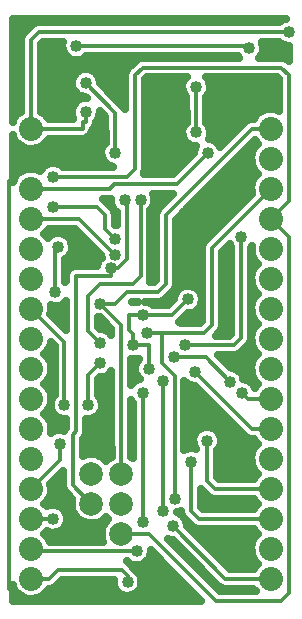
<source format=gbr>
G04 DipTrace 2.2.0.9*
%INBottom.gbr*%
%MOIN*%
%ADD13C,0.013*%
%ADD14C,0.025*%
%ADD20C,0.0787*%
%ADD25C,0.08*%
%ADD26C,0.04*%
%FSLAX44Y44*%
%SFA1B1*%
%OFA0B0*%
G04*
G70*
G90*
G75*
G01*
%LNBottom*%
%LPD*%
X13535Y23164D2*
D13*
X5200D1*
X4940Y22905D1*
Y19940D1*
X12940Y4940D2*
X11412D1*
X9668Y6683D1*
X4940Y19940D2*
X6649D1*
Y20150D1*
X6762D1*
Y20505D1*
X10061Y12716D2*
X11680D1*
X11940Y12975D1*
Y16335D1*
X7227Y12806D2*
X6832Y13201D1*
Y14359D1*
X7242Y14769D1*
X8320D1*
X8580Y15029D1*
Y17552D1*
X5740Y14490D2*
Y15940D1*
X5790Y15990D1*
X5840D1*
X10440Y21325D2*
Y19816D1*
X5670Y17335D2*
X7135D1*
X7395Y17075D1*
Y16604D1*
X7742Y16257D1*
X7940Y6440D2*
X8847D1*
X11086Y4201D1*
X13275D1*
X13535Y4460D1*
Y16345D1*
X12940Y16940D1*
X13535Y17535D1*
Y21720D1*
X13275Y21980D1*
X8657D1*
X8397Y21720D1*
Y18602D1*
X8137Y18342D1*
X5670D1*
X8050Y17552D2*
X8137Y17465D1*
Y15592D1*
X7836Y15290D1*
X7590D1*
X6440Y22690D2*
X12200D1*
Y22634D1*
X7742Y19127D2*
Y20480D1*
X6762Y21460D1*
X7590Y15290D2*
Y15029D1*
X6440D1*
Y9852D1*
X6325Y9737D1*
Y8055D1*
X6940Y7440D1*
X7590Y15029D2*
D3*
X9713Y7608D2*
Y11715D1*
X9292Y12137D1*
Y13138D1*
X10710D1*
X10970Y13398D1*
Y15970D1*
X12940Y17940D1*
X8785Y13138D2*
X9292D1*
X7940Y8440D2*
Y13401D1*
X7227Y14114D1*
X7742D1*
X8137Y14509D1*
X9161D1*
X9421Y14769D1*
Y17054D1*
X12307Y19940D1*
X12940D1*
X9686Y12321D2*
X10751D1*
X11557Y11515D1*
X8865Y11926D2*
Y12716D1*
X8335D1*
X8662Y13720D2*
X9629D1*
X10159Y14250D1*
X8335Y12716D2*
Y13110D1*
X8200Y13246D1*
Y13720D1*
X8662D1*
X4940Y17940D2*
X7554D1*
X7708Y18094D1*
X9786D1*
X10826Y19133D1*
X7740Y15740D2*
X6540Y16940D1*
X4940D1*
X6834Y10730D2*
Y11729D1*
X7227Y12121D1*
X6045Y10730D2*
Y12835D1*
X4940Y13940D1*
X5890Y9440D2*
Y8890D1*
X4940Y7940D1*
X5670Y6940D2*
X4940D1*
X8664Y6835D2*
Y11136D1*
X8452Y5851D2*
X5029D1*
X4940Y5940D1*
X9318Y7213D2*
Y11531D1*
X8146Y4835D2*
Y5030D1*
X7946Y5230D1*
X5825D1*
X5535Y4940D1*
X4940D1*
X10274Y8835D2*
Y7200D1*
X10534Y6940D1*
X12940D1*
X10804Y9545D2*
Y8200D1*
X11064Y7940D1*
X12940D1*
X10409Y11830D2*
X12299Y9940D1*
X12940D1*
X11952Y11140D2*
X12152Y10940D1*
X12940D1*
X4940Y18940D2*
X4201Y18201D1*
Y4599D1*
X4460Y4339D1*
X5450D1*
X5535Y4424D1*
X5930Y6246D2*
X6123Y6440D1*
X6940D1*
X5535Y4424D2*
X7205D1*
X7616Y4835D1*
D26*
X10826Y19133D3*
X5740Y14490D3*
X5840Y15990D3*
X11940Y16335D3*
X10061Y12716D3*
X8580Y17552D3*
X7227Y12806D3*
X6762Y20505D3*
X9668Y6683D3*
X13535Y23164D3*
X10440Y19816D3*
Y21325D3*
X7616Y4835D3*
X5930Y6246D3*
X5535Y4424D3*
X7742Y16257D3*
X5670Y17335D3*
Y18342D3*
X12200Y22634D3*
X6440Y22690D3*
X6762Y21460D3*
X7742Y19127D3*
X8050Y17552D3*
X7590Y15290D3*
X8785Y13138D3*
X9713Y7608D3*
X7227Y14114D3*
X11557Y11515D3*
X9686Y12321D3*
X8865Y11926D3*
X8335Y12716D3*
X10159Y14250D3*
X8662Y13720D3*
X7740Y15740D3*
X7227Y12121D3*
X6834Y10730D3*
X6045D3*
X5890Y9440D3*
X5670Y6940D3*
X8664Y11136D3*
Y6835D3*
X8452Y5851D3*
X9318Y11531D3*
Y7213D3*
X8146Y4835D3*
X10274Y8835D3*
X10804Y9545D3*
X10409Y11830D3*
X11952Y11140D3*
X4340Y23366D2*
D14*
X4909D1*
X4340Y23118D2*
X4663D1*
X4340Y22869D2*
X4585D1*
X4340Y22620D2*
X4585D1*
X5295D2*
X5956D1*
X12690D2*
X13491D1*
X4340Y22372D2*
X4585D1*
X5295D2*
X6077D1*
X12608D2*
X13491D1*
X4340Y22123D2*
X4585D1*
X5295D2*
X8308D1*
X4340Y21874D2*
X4585D1*
X5295D2*
X6526D1*
X6998D2*
X8081D1*
X4340Y21625D2*
X4585D1*
X5295D2*
X6304D1*
X7221D2*
X8042D1*
X8795D2*
X10061D1*
X10819D2*
X13140D1*
X4340Y21377D2*
X4585D1*
X5295D2*
X6280D1*
X7338D2*
X8042D1*
X8752D2*
X9952D1*
X10928D2*
X13179D1*
X4340Y21128D2*
X4585D1*
X5295D2*
X6413D1*
X7584D2*
X8042D1*
X8752D2*
X9995D1*
X10885D2*
X13179D1*
X4340Y20879D2*
X4585D1*
X5295D2*
X6460D1*
X7834D2*
X8042D1*
X8752D2*
X10085D1*
X10795D2*
X13179D1*
X4340Y20631D2*
X4585D1*
X5295D2*
X6288D1*
X8752D2*
X10085D1*
X10795D2*
X13179D1*
X4340Y20382D2*
X4417D1*
X5463D2*
X6288D1*
X7236D2*
X7347D1*
X8752D2*
X10085D1*
X10795D2*
X12417D1*
X7115Y20133D2*
X7386D1*
X8752D2*
X10077D1*
X10803D2*
X12011D1*
X6998Y19885D2*
X7386D1*
X8752D2*
X9956D1*
X10924D2*
X11761D1*
X6803Y19636D2*
X7386D1*
X8752D2*
X9987D1*
X10893D2*
X11511D1*
X4340Y19387D2*
X4546D1*
X5334D2*
X7331D1*
X8752D2*
X10233D1*
X12244D2*
X12425D1*
X4340Y19139D2*
X7253D1*
X8752D2*
X10335D1*
X11998D2*
X12280D1*
X4340Y18890D2*
X7319D1*
X8752D2*
X10093D1*
X11748D2*
X12253D1*
X4340Y18641D2*
X5288D1*
X8752D2*
X9843D1*
X11498D2*
X12319D1*
X4340Y18393D2*
X4429D1*
X11252D2*
X12429D1*
X11002Y18144D2*
X12280D1*
X10752Y17895D2*
X12253D1*
X9061Y17646D2*
X9522D1*
X10506D2*
X12155D1*
X9045Y17398D2*
X9272D1*
X10256D2*
X11905D1*
X8936Y17149D2*
X9081D1*
X10006D2*
X11659D1*
X8936Y16900D2*
X9065D1*
X9776D2*
X11409D1*
X8936Y16652D2*
X9065D1*
X9776D2*
X11159D1*
X5444Y16403D2*
X5601D1*
X6076D2*
X6585D1*
X8936D2*
X9065D1*
X9776D2*
X10913D1*
X6299Y16154D2*
X6835D1*
X8936D2*
X9065D1*
X9776D2*
X10671D1*
X6322Y15906D2*
X7081D1*
X8936D2*
X9065D1*
X9776D2*
X10616D1*
X11397D2*
X11585D1*
X6190Y15657D2*
X7257D1*
X8936D2*
X9065D1*
X9776D2*
X10616D1*
X11326D2*
X11585D1*
X6096Y15408D2*
X7116D1*
X8936D2*
X9065D1*
X9776D2*
X10616D1*
X11326D2*
X11585D1*
X12295D2*
X12444D1*
X8936Y15160D2*
X9065D1*
X9776D2*
X10616D1*
X11326D2*
X11585D1*
X8912Y14911D2*
X9065D1*
X9776D2*
X10616D1*
X11326D2*
X11585D1*
X9756Y14662D2*
X9921D1*
X10397D2*
X10616D1*
X11326D2*
X11585D1*
X9557Y14414D2*
X9698D1*
X11326D2*
X11585D1*
X12295D2*
X12448D1*
X8283Y14165D2*
X8503D1*
X8819D2*
X9585D1*
X11326D2*
X11585D1*
X5631Y13916D2*
X6085D1*
X10510D2*
X10617D1*
X11326D2*
X11585D1*
X5705Y13667D2*
X6085D1*
X10069D2*
X10616D1*
X11326D2*
X11585D1*
X5951Y13419D2*
X6085D1*
X7186D2*
X7433D1*
X11326D2*
X11585D1*
X12295D2*
X12452D1*
X11233Y13170D2*
X11585D1*
X5572Y12673D2*
X5690D1*
X12127D2*
X12308D1*
X5420Y12424D2*
X5690D1*
X11858D2*
X12460D1*
X5588Y12175D2*
X5690D1*
X8295D2*
X8448D1*
X11389D2*
X12292D1*
X8295Y11927D2*
X8375D1*
X11799D2*
X12249D1*
X5576Y11678D2*
X5690D1*
X7393D2*
X7585D1*
X8295D2*
X8448D1*
X12018D2*
X12304D1*
X5416Y11429D2*
X5690D1*
X7190D2*
X7585D1*
X10069D2*
X10149D1*
X12342D2*
X12466D1*
X5584Y11181D2*
X5690D1*
X7190D2*
X7585D1*
X10069D2*
X10565D1*
X7279Y10932D2*
X7585D1*
X10069D2*
X10815D1*
X7322Y10683D2*
X7585D1*
X10069D2*
X11065D1*
X5408Y10435D2*
X5659D1*
X7217D2*
X7585D1*
X10069D2*
X11311D1*
X5584Y10186D2*
X6085D1*
X6795D2*
X7585D1*
X10069D2*
X11561D1*
X5631Y9937D2*
X6038D1*
X6795D2*
X7585D1*
X10069D2*
X10530D1*
X11080D2*
X11811D1*
X6752Y9688D2*
X7585D1*
X10069D2*
X10335D1*
X11272D2*
X12061D1*
X6678Y9440D2*
X7585D1*
X10069D2*
X10327D1*
X11283D2*
X12476D1*
X6678Y9191D2*
X7585D1*
X11158D2*
X12300D1*
X7389Y8942D2*
X7487D1*
X11158D2*
X12249D1*
X11158Y8694D2*
X12296D1*
X11158Y8445D2*
X12472D1*
X5690Y8196D2*
X5972D1*
X5631Y7948D2*
X5987D1*
X5584Y7699D2*
X6190D1*
X10627D2*
X10815D1*
X5416Y7450D2*
X6257D1*
X10627D2*
X12464D1*
X6080Y7202D2*
X6300D1*
X6158Y6953D2*
X6472D1*
X6096Y6704D2*
X7311D1*
X10158D2*
X10276D1*
X5420Y6456D2*
X7257D1*
X10389D2*
X12460D1*
X5572Y6207D2*
X7300D1*
X9572D2*
X9654D1*
X10635D2*
X12308D1*
X9819Y5958D2*
X9904D1*
X10885D2*
X12249D1*
X8920Y5709D2*
X9085D1*
X10069D2*
X10149D1*
X11135D2*
X12292D1*
X8729Y5461D2*
X9335D1*
X10319D2*
X10399D1*
X11381D2*
X12456D1*
X8447Y5212D2*
X9585D1*
X10565D2*
X10649D1*
X8619Y4963D2*
X9831D1*
X10815D2*
X10899D1*
X5803Y4715D2*
X7671D1*
X8619D2*
X10081D1*
X11065D2*
X11144D1*
X4340Y4466D2*
X4448D1*
X5432D2*
X7839D1*
X8455D2*
X10331D1*
X4340Y4217D2*
X10577D1*
X6108Y14212D2*
X6062Y14154D1*
X5961Y14081D1*
X5845Y14037D1*
X5720Y14025D1*
X5594Y14049D1*
X5605Y13940D1*
X5593Y13816D1*
X5579Y13767D1*
X6110Y13237D1*
Y14207D1*
X6288Y15867D2*
X6239Y15752D1*
X6162Y15654D1*
X6071Y15588D1*
X6070Y14819D1*
X6110Y14852D1*
Y15029D1*
X6133Y15151D1*
X6200Y15256D1*
X6301Y15328D1*
X6440Y15359D1*
X7131D1*
X7154Y15451D1*
X7212Y15561D1*
X7284Y15637D1*
X7279Y15736D1*
X6405Y16609D1*
X5520Y16610D1*
X5426Y16486D1*
X5376Y16442D1*
X5472Y16339D1*
X5494Y16303D1*
X5548Y16352D1*
X5654Y16416D1*
X5774Y16450D1*
X5899Y16451D1*
X6019Y16419D1*
X6127Y16356D1*
X6214Y16267D1*
X6274Y16158D1*
X6303Y16037D1*
X6305Y15990D1*
X6288Y15867D1*
X6656Y9031D2*
X6716Y9059D1*
X6836Y9090D1*
X6961Y9098D1*
X7085Y9083D1*
X7203Y9044D1*
X7313Y8983D1*
X7408Y8903D1*
X7440Y8864D1*
X7502Y8932D1*
X7613Y9011D1*
X7610Y9690D1*
Y11858D1*
X7548Y11785D1*
X7448Y11712D1*
X7331Y11668D1*
X7234Y11659D1*
X7164Y11592D1*
Y11061D1*
X7208Y11007D1*
X7268Y10898D1*
X7297Y10776D1*
X7299Y10730D1*
X7283Y10606D1*
X7234Y10492D1*
X7156Y10394D1*
X7056Y10321D1*
X6939Y10277D1*
X6815Y10265D1*
X6773Y10273D1*
X6769Y9852D1*
X6746Y9730D1*
X6656Y9602D1*
X6655Y9030D1*
X7440Y7014D2*
X7324Y6905D1*
X7216Y6842D1*
X7098Y6801D1*
X6975Y6782D1*
X6850Y6787D1*
X6728Y6816D1*
X6615Y6867D1*
X6512Y6939D1*
X6426Y7029D1*
X6357Y7133D1*
X6310Y7248D1*
X6285Y7371D1*
X6284Y7496D1*
X6304Y7607D1*
X6091Y7822D1*
X6022Y7925D1*
X5995Y8055D1*
Y8528D1*
X5579Y8113D1*
X5605Y7940D1*
X5593Y7816D1*
X5559Y7696D1*
X5502Y7585D1*
X5426Y7486D1*
X5376Y7442D1*
X5459Y7354D1*
X5604Y7400D1*
X5729Y7401D1*
X5849Y7369D1*
X5956Y7306D1*
X6043Y7217D1*
X6104Y7108D1*
X6133Y6987D1*
X6135Y6940D1*
X6118Y6817D1*
X6069Y6702D1*
X5992Y6604D1*
X5891Y6531D1*
X5774Y6487D1*
X5650Y6475D1*
X5528Y6497D1*
X5461Y6529D1*
X5376Y6442D1*
X5472Y6339D1*
X5537Y6233D1*
X5558Y6178D1*
X6529Y6181D1*
X7337D1*
X7310Y6248D1*
X7285Y6371D1*
X7284Y6496D1*
X7306Y6618D1*
X7351Y6735D1*
X7417Y6841D1*
X7512Y6939D1*
X8268Y9008D2*
X8333Y8966D1*
X8270Y9026D1*
Y9007D1*
X8334Y9085D1*
Y10808D1*
X8269Y10897D1*
X8270Y9026D1*
X5514Y19609D2*
X5426Y19486D1*
X5332Y19403D1*
X5225Y19339D1*
X5108Y19297D1*
X4985Y19276D1*
X4860Y19280D1*
X4738Y19306D1*
X4623Y19355D1*
X4519Y19425D1*
X4431Y19513D1*
X4360Y19615D1*
X4314Y19719D1*
X4315Y18166D1*
X4398Y18325D1*
X4479Y18420D1*
X4577Y18497D1*
X4688Y18555D1*
X4807Y18592D1*
X4931Y18605D1*
X5056Y18595D1*
X5176Y18562D1*
X5243Y18529D1*
X5292Y18613D1*
X5377Y18704D1*
X5484Y18768D1*
X5604Y18802D1*
X5729Y18803D1*
X5849Y18771D1*
X5956Y18708D1*
X5992Y18672D1*
X7650D1*
X7600Y18684D1*
X7488Y18738D1*
X7393Y18820D1*
X7324Y18923D1*
X7285Y19042D1*
X7279Y19166D1*
X7306Y19288D1*
X7364Y19398D1*
X7415Y19452D1*
X7412Y20342D1*
X7225Y20531D1*
X7210Y20382D1*
X7161Y20267D1*
X7091Y20178D1*
X7069Y20028D1*
X6999Y19921D1*
X7012Y19935D1*
X6901Y19727D1*
X6805Y19649D1*
X6686Y19612D1*
X5521Y19610D1*
X4314Y20155D2*
X4335Y20217D1*
X4398Y20325D1*
X4479Y20420D1*
X4608Y20514D1*
X4610Y22905D1*
X4633Y23027D1*
X4707Y23138D1*
X4967Y23398D1*
X5069Y23467D1*
X5200Y23494D1*
X13204D1*
X13349Y23591D1*
X13435Y23615D1*
X4315D1*
Y20166D1*
X5271Y20515D2*
X5388Y20432D1*
X5472Y20339D1*
X5515Y20269D1*
X6345Y20275D1*
X6305Y20420D1*
X6299Y20544D1*
X6326Y20666D1*
X6384Y20776D1*
X6470Y20867D1*
X6576Y20931D1*
X6696Y20965D1*
X6793Y20966D1*
X6742Y20996D1*
X6620Y21017D1*
X6507Y21071D1*
X6413Y21153D1*
X6344Y21256D1*
X6305Y21375D1*
X6299Y21499D1*
X6326Y21621D1*
X6384Y21731D1*
X6470Y21822D1*
X6576Y21886D1*
X6696Y21920D1*
X6821Y21921D1*
X6941Y21889D1*
X7049Y21826D1*
X7136Y21737D1*
X7196Y21628D1*
X7227Y21462D1*
X7976Y20713D1*
X8046Y20606D1*
X8067Y20602D1*
Y21720D1*
X8091Y21842D1*
X8164Y21953D1*
X8424Y22213D1*
X8526Y22283D1*
X8657Y22310D1*
X11864D1*
X11827Y22363D1*
X9950Y22360D1*
X6762Y22354D1*
X6661Y22281D1*
X6545Y22237D1*
X6420Y22225D1*
X6298Y22247D1*
X6185Y22301D1*
X6091Y22383D1*
X6022Y22486D1*
X5983Y22605D1*
X5977Y22729D1*
X5999Y22832D1*
X5336Y22834D1*
X5270Y22768D1*
Y20518D1*
X5594Y12820D2*
X5559Y12696D1*
X5502Y12585D1*
X5426Y12486D1*
X5376Y12442D1*
X5472Y12339D1*
X5537Y12233D1*
X5581Y12116D1*
X5605Y11940D1*
X5593Y11816D1*
X5559Y11696D1*
X5502Y11585D1*
X5426Y11486D1*
X5376Y11442D1*
X5472Y11339D1*
X5537Y11233D1*
X5581Y11116D1*
X5605Y10940D1*
X5597Y10858D1*
X5667Y11001D1*
X5717Y11054D1*
X5715Y12105D1*
Y12702D1*
X5593Y12820D1*
X5581Y10775D2*
X5559Y10696D1*
X5502Y10585D1*
X5426Y10486D1*
X5376Y10442D1*
X5472Y10339D1*
X5537Y10233D1*
X5581Y10116D1*
X5605Y9940D1*
X5586Y9790D1*
X5704Y9866D1*
X5824Y9900D1*
X5949Y9901D1*
X6028Y9880D1*
X6091Y9970D1*
X6110Y10102D1*
Y10270D1*
X6025Y10265D1*
X5902Y10287D1*
X5790Y10341D1*
X5696Y10422D1*
X5627Y10526D1*
X5588Y10644D1*
X5581Y10765D1*
X5514Y4609D2*
X5426Y4486D1*
X5332Y4403D1*
X5225Y4339D1*
X5108Y4297D1*
X4985Y4276D1*
X4860Y4280D1*
X4738Y4306D1*
X4623Y4355D1*
X4519Y4425D1*
X4431Y4513D1*
X4360Y4615D1*
X4314Y4719D1*
X4315Y4215D1*
X10608D1*
X9439Y5381D1*
X8914Y5898D1*
X8917Y5851D1*
X8900Y5728D1*
X8851Y5613D1*
X8774Y5516D1*
X8673Y5442D1*
X8556Y5398D1*
X8432Y5387D1*
X8309Y5409D1*
X8197Y5462D1*
X8129Y5521D1*
X8180Y5463D1*
X8520Y5112D1*
X8580Y5003D1*
X8609Y4881D1*
X8611Y4835D1*
X8595Y4711D1*
X8546Y4597D1*
X8468Y4499D1*
X8367Y4426D1*
X8251Y4382D1*
X8127Y4370D1*
X8004Y4392D1*
X7892Y4446D1*
X7797Y4527D1*
X7728Y4631D1*
X7689Y4750D1*
Y4901D1*
X5958Y4900D1*
X5768Y4707D1*
X5665Y4637D1*
X5515Y4610D1*
X12365Y5268D2*
X12398Y5325D1*
X12501Y5437D1*
X12431Y5513D1*
X12360Y5615D1*
X12309Y5730D1*
X12281Y5851D1*
X12276Y5976D1*
X12294Y6099D1*
X12335Y6217D1*
X12398Y6325D1*
X12501Y6437D1*
X12431Y6513D1*
X12362Y6612D1*
X10534Y6610D1*
X10412Y6633D1*
X10300Y6707D1*
X10041Y6967D1*
X9971Y7069D1*
X9944Y7204D1*
X9818Y7155D1*
X9783Y7152D1*
X9955Y7050D1*
X10042Y6960D1*
X10102Y6851D1*
X10133Y6685D1*
X11551Y5268D1*
X12361Y5270D1*
X12365Y7268D2*
X12398Y7325D1*
X12501Y7437D1*
X12431Y7513D1*
X12362Y7612D1*
X11064Y7610D1*
X10942Y7633D1*
X10830Y7707D1*
X10604Y7933D1*
Y7339D1*
X10670Y7270D1*
X12366D1*
X12365Y8268D2*
X12398Y8325D1*
X12501Y8437D1*
X12431Y8513D1*
X12360Y8615D1*
X12309Y8730D1*
X12281Y8851D1*
X12276Y8976D1*
X12294Y9099D1*
X12335Y9217D1*
X12398Y9325D1*
X12501Y9437D1*
X12431Y9513D1*
X12362Y9612D1*
X12299Y9610D1*
X12177Y9633D1*
X12065Y9707D1*
X10405Y11367D1*
X10267Y11387D1*
X10154Y11441D1*
X10045Y11545D1*
X10043Y9242D1*
X10208Y9295D1*
X10332Y9296D1*
X10427Y9271D1*
X10386Y9341D1*
X10347Y9460D1*
X10341Y9584D1*
X10368Y9706D1*
X10426Y9816D1*
X10511Y9907D1*
X10618Y9971D1*
X10738Y10005D1*
X10862Y10006D1*
X10983Y9974D1*
X11090Y9911D1*
X11177Y9822D1*
X11238Y9713D1*
X11267Y9592D1*
X11269Y9545D1*
X11252Y9422D1*
X11203Y9307D1*
X11133Y9219D1*
X11134Y8338D1*
X11200Y8270D1*
X12364D1*
X12388Y11308D2*
X12479Y11420D1*
X12501Y11437D1*
X12431Y11513D1*
X12360Y11615D1*
X12309Y11730D1*
X12281Y11851D1*
X12276Y11976D1*
X12294Y12099D1*
X12335Y12217D1*
X12398Y12325D1*
X12501Y12437D1*
X12431Y12513D1*
X12360Y12615D1*
X12309Y12730D1*
X12281Y12851D1*
X12276Y12976D1*
X12294Y13099D1*
X12335Y13217D1*
X12398Y13325D1*
X12501Y13437D1*
X12431Y13513D1*
X12360Y13615D1*
X12309Y13730D1*
X12281Y13851D1*
X12276Y13976D1*
X12294Y14099D1*
X12335Y14217D1*
X12398Y14325D1*
X12501Y14437D1*
X12431Y14513D1*
X12360Y14615D1*
X12309Y14730D1*
X12281Y14851D1*
X12276Y14976D1*
X12294Y15099D1*
X12335Y15217D1*
X12398Y15325D1*
X12501Y15437D1*
X12431Y15513D1*
X12360Y15615D1*
X12309Y15730D1*
X12281Y15851D1*
X12282Y16018D1*
X12270Y15960D1*
Y12975D1*
X12247Y12853D1*
X12173Y12742D1*
X11913Y12482D1*
X11811Y12413D1*
X11680Y12386D1*
X11153D1*
X11556Y11982D1*
X11616Y11976D1*
X11736Y11944D1*
X11844Y11881D1*
X11931Y11792D1*
X11991Y11683D1*
X12010Y11603D1*
X12131Y11569D1*
X12239Y11506D1*
X12326Y11417D1*
X12387Y11304D1*
X12301Y17764D2*
X12281Y17851D1*
X12276Y17976D1*
X12294Y18099D1*
X12335Y18217D1*
X12398Y18325D1*
X12501Y18437D1*
X12431Y18513D1*
X12360Y18615D1*
X12309Y18730D1*
X12281Y18851D1*
X12276Y18976D1*
X12294Y19099D1*
X12335Y19217D1*
X12398Y19325D1*
X12501Y19437D1*
X12397Y19561D1*
X10773Y17939D1*
X9748Y16914D1*
X9751Y15429D1*
Y14769D1*
X9727Y14647D1*
X9654Y14536D1*
X9394Y14276D1*
X9291Y14206D1*
X9161Y14179D1*
X8727D1*
X8841Y14149D1*
X8948Y14086D1*
X8984Y14050D1*
X9494D1*
X9697Y14254D1*
X9696Y14289D1*
X9723Y14410D1*
X9781Y14520D1*
X9867Y14611D1*
X9973Y14676D1*
X10093Y14710D1*
X10218Y14711D1*
X10338Y14679D1*
X10446Y14616D1*
X10533Y14526D1*
X10593Y14417D1*
X10622Y14296D1*
X10624Y14250D1*
X10608Y14126D1*
X10559Y14011D1*
X10481Y13914D1*
X10381Y13840D1*
X10264Y13796D1*
X10167Y13787D1*
X9860Y13484D1*
X9917Y13468D1*
X10577D1*
X10640Y13535D1*
Y15970D1*
X10663Y16092D1*
X10737Y16203D1*
X12297Y17764D1*
X11612Y16010D2*
X11554Y16083D1*
X11298Y15831D1*
X11300Y13398D1*
X11277Y13276D1*
X11203Y13165D1*
X11085Y13046D1*
X11542D1*
X11610Y13112D1*
Y16011D1*
X8989Y17764D2*
X9013Y17720D1*
X9042Y17599D1*
X9045Y17552D1*
X9028Y17429D1*
X8979Y17314D1*
X8909Y17226D1*
X8910Y15029D1*
X8884Y14904D1*
X8894Y14930D1*
X8887Y14839D1*
X9024D1*
X9091Y14906D1*
Y17054D1*
X9114Y17176D1*
X9187Y17287D1*
X9661Y17764D1*
X8993D1*
X7235Y13267D2*
X7285D1*
X7406Y13235D1*
X7513Y13172D1*
X7610Y13066D1*
Y13264D1*
X7223Y13651D1*
X7165Y13657D1*
X7162Y13340D1*
X9668Y6221D2*
X9526Y6241D1*
X9501Y6252D1*
X11221Y4533D1*
X12418Y4530D1*
X12315Y4610D1*
X11412D1*
X11290Y4633D1*
X11178Y4707D1*
X9667Y6218D1*
X13511Y22701D2*
X13393Y22722D1*
X13280Y22775D1*
X13212Y22834D1*
X12617D1*
X12634Y22802D1*
X12663Y22681D1*
X12665Y22634D1*
X12648Y22511D1*
X12599Y22396D1*
X12529Y22308D1*
X13275Y22310D1*
X13397Y22286D1*
X13517Y22205D1*
X13515Y22703D1*
X10417Y19352D2*
X10298Y19373D1*
X10185Y19427D1*
X10091Y19508D1*
X10022Y19612D1*
X9983Y19730D1*
X9977Y19855D1*
X10004Y19976D1*
X10062Y20086D1*
X10113Y20140D1*
X10110Y20999D1*
X10022Y21121D1*
X9983Y21240D1*
X9977Y21364D1*
X10004Y21486D1*
X10062Y21596D1*
X10113Y21650D1*
X8795D1*
X8727Y21583D1*
Y18602D1*
X8702Y18477D1*
X8711Y18502D1*
X8708Y18424D1*
X9649D1*
X10362Y19136D1*
X10390Y19294D1*
X10421Y19352D1*
X10767Y21649D2*
X10814Y21602D1*
X10874Y21493D1*
X10903Y21372D1*
X10905Y21325D1*
X10888Y21202D1*
X10839Y21087D1*
X10769Y20999D1*
X10767Y20140D1*
X10814Y20093D1*
X10874Y19983D1*
X10903Y19862D1*
X10905Y19816D1*
X10888Y19692D1*
X10847Y19595D1*
X10884Y19594D1*
X11005Y19562D1*
X11112Y19499D1*
X11199Y19410D1*
X11239Y19338D1*
X12074Y20173D1*
X12176Y20243D1*
X12307Y20270D1*
X12365Y20268D1*
X12398Y20325D1*
X12479Y20420D1*
X12577Y20497D1*
X12688Y20555D1*
X12807Y20592D1*
X12931Y20605D1*
X13056Y20595D1*
X13208Y20546D1*
X13205Y21586D1*
X13138Y21650D1*
X10771D1*
X7750Y16717D2*
X7805D1*
X7807Y17158D1*
X7701Y17245D1*
X7632Y17349D1*
X7593Y17467D1*
X7591Y17610D1*
X7316D1*
X7369Y17568D1*
X7628Y17308D1*
X7698Y17206D1*
X7725Y17075D1*
Y16743D1*
X8554Y11585D2*
X8516Y11618D1*
X8447Y11722D1*
X8408Y11840D1*
X8401Y11965D1*
X8428Y12087D1*
X8487Y12197D1*
X8538Y12251D1*
X8439Y12262D1*
X8315Y12251D1*
X8273Y12259D1*
X8270Y11382D1*
X8371Y11498D1*
X8478Y11562D1*
X8549Y11583D1*
D20*
X6940Y8440D3*
Y7440D3*
Y6440D3*
X7940D3*
Y7440D3*
Y8440D3*
D25*
X4940Y19940D3*
Y18940D3*
Y17940D3*
Y16940D3*
Y15940D3*
Y14940D3*
Y13940D3*
Y12940D3*
Y11940D3*
Y10940D3*
Y9940D3*
Y8940D3*
Y7940D3*
Y6940D3*
Y5940D3*
Y4940D3*
X12940D3*
Y5940D3*
Y6940D3*
Y7940D3*
Y8940D3*
Y9940D3*
Y10940D3*
Y11940D3*
Y12940D3*
Y13940D3*
Y14940D3*
Y15940D3*
Y16940D3*
Y17940D3*
Y18940D3*
Y19940D3*
M02*

</source>
